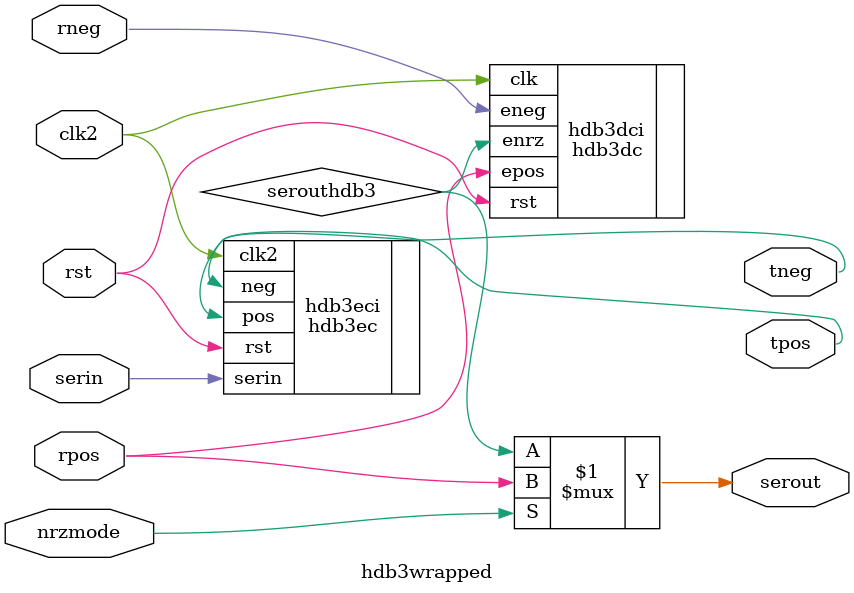
<source format=v>

module hdb3wrapped
    (
     clk2,
     rst,

     //from LIU
     rpos, //positive and negative line
     rneg,

     //to LIU
     tpos,
     tneg,

     //framer
     serin, //serial
     serout,

     //NRZ
     nrzmode
     );

////////////////////////////////////////////////////////////////////////////////
// Port declarations

input   clk2;
input   rst;

input   rpos;
input   rneg;

output  tpos;
output  tneg;

input   serin;
output  serout;

input   nrzmode;

////////////////////////////////////////////////////////////////////////////////
// Output declarations

////////////////////////////////////////////////////////////////////////////////
// Parameter declarations

////////////////////////////////////////////////////////////////////////////////
// Local logic and instantiation

wire   serouthdb3;

hdb3ec hdb3eci
    (
     .clk2(clk2),//2mhz clock
     .rst(rst),

     //from framer
     .serin(serin),

     //to LIU
     .pos(tpos),
     .neg(tneg)
     );

hdb3dc hdb3dci
    (
     .clk(clk2),
     .rst(rst),

     .epos(rpos),  //input from HDB3 LIU
     .eneg(rneg),

     .enrz(serouthdb3) // to framer
     );

assign serout = (nrzmode)? rpos : serouthdb3;

endmodule 

</source>
